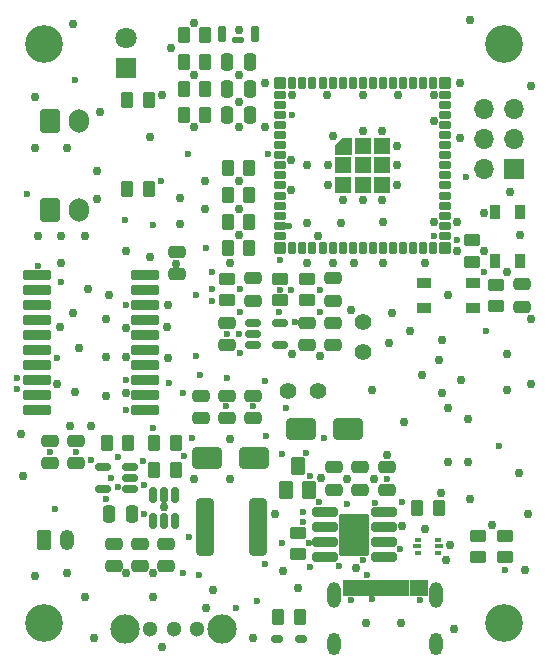
<source format=gbr>
%TF.GenerationSoftware,KiCad,Pcbnew,7.0.5*%
%TF.CreationDate,2024-05-30T23:49:04+02:00*%
%TF.ProjectId,Acoustifly,41636f75-7374-4696-966c-792e6b696361,rev?*%
%TF.SameCoordinates,Original*%
%TF.FileFunction,Soldermask,Top*%
%TF.FilePolarity,Negative*%
%FSLAX46Y46*%
G04 Gerber Fmt 4.6, Leading zero omitted, Abs format (unit mm)*
G04 Created by KiCad (PCBNEW 7.0.5) date 2024-05-30 23:49:04*
%MOMM*%
%LPD*%
G01*
G04 APERTURE LIST*
G04 Aperture macros list*
%AMRoundRect*
0 Rectangle with rounded corners*
0 $1 Rounding radius*
0 $2 $3 $4 $5 $6 $7 $8 $9 X,Y pos of 4 corners*
0 Add a 4 corners polygon primitive as box body*
4,1,4,$2,$3,$4,$5,$6,$7,$8,$9,$2,$3,0*
0 Add four circle primitives for the rounded corners*
1,1,$1+$1,$2,$3*
1,1,$1+$1,$4,$5*
1,1,$1+$1,$6,$7*
1,1,$1+$1,$8,$9*
0 Add four rect primitives between the rounded corners*
20,1,$1+$1,$2,$3,$4,$5,0*
20,1,$1+$1,$4,$5,$6,$7,0*
20,1,$1+$1,$6,$7,$8,$9,0*
20,1,$1+$1,$8,$9,$2,$3,0*%
G04 Aperture macros list end*
%ADD10C,0.010000*%
%ADD11RoundRect,0.250000X0.475000X-0.250000X0.475000X0.250000X-0.475000X0.250000X-0.475000X-0.250000X0*%
%ADD12RoundRect,0.250000X-0.262500X-0.450000X0.262500X-0.450000X0.262500X0.450000X-0.262500X0.450000X0*%
%ADD13C,1.400000*%
%ADD14C,3.200000*%
%ADD15RoundRect,0.250000X-0.450000X0.262500X-0.450000X-0.262500X0.450000X-0.262500X0.450000X0.262500X0*%
%ADD16RoundRect,0.250000X1.000000X0.650000X-1.000000X0.650000X-1.000000X-0.650000X1.000000X-0.650000X0*%
%ADD17RoundRect,0.150000X0.350000X0.150000X-0.350000X0.150000X-0.350000X-0.150000X0.350000X-0.150000X0*%
%ADD18RoundRect,0.150000X-0.150000X-0.555000X0.150000X-0.555000X0.150000X0.555000X-0.150000X0.555000X0*%
%ADD19RoundRect,0.107500X-0.432500X-0.107500X0.432500X-0.107500X0.432500X0.107500X-0.432500X0.107500X0*%
%ADD20RoundRect,0.250000X-0.475000X0.250000X-0.475000X-0.250000X0.475000X-0.250000X0.475000X0.250000X0*%
%ADD21RoundRect,0.101600X-0.500000X-0.635000X0.500000X-0.635000X0.500000X0.635000X-0.500000X0.635000X0*%
%ADD22RoundRect,0.250000X-0.250000X-0.475000X0.250000X-0.475000X0.250000X0.475000X-0.250000X0.475000X0*%
%ADD23RoundRect,0.250000X0.262500X0.450000X-0.262500X0.450000X-0.262500X-0.450000X0.262500X-0.450000X0*%
%ADD24RoundRect,0.250000X-0.600000X-0.750000X0.600000X-0.750000X0.600000X0.750000X-0.600000X0.750000X0*%
%ADD25O,1.700000X2.000000*%
%ADD26R,0.500000X0.375000*%
%ADD27R,0.650000X0.300000*%
%ADD28RoundRect,0.250000X-0.350000X-0.625000X0.350000X-0.625000X0.350000X0.625000X-0.350000X0.625000X0*%
%ADD29O,1.200000X1.750000*%
%ADD30RoundRect,0.250000X0.450000X-0.262500X0.450000X0.262500X-0.450000X0.262500X-0.450000X-0.262500X0*%
%ADD31RoundRect,0.144000X0.943000X0.258000X-0.943000X0.258000X-0.943000X-0.258000X0.943000X-0.258000X0*%
%ADD32RoundRect,0.102000X1.206500X1.651000X-1.206500X1.651000X-1.206500X-1.651000X1.206500X-1.651000X0*%
%ADD33R,1.700000X1.700000*%
%ADD34O,1.700000X1.700000*%
%ADD35RoundRect,0.150000X0.512500X0.150000X-0.512500X0.150000X-0.512500X-0.150000X0.512500X-0.150000X0*%
%ADD36C,0.600000*%
%ADD37O,1.104000X2.204000*%
%ADD38O,1.104000X1.904000*%
%ADD39RoundRect,0.150000X-0.150000X0.512500X-0.150000X-0.512500X0.150000X-0.512500X0.150000X0.512500X0*%
%ADD40RoundRect,0.387500X-0.387500X2.062500X-0.387500X-2.062500X0.387500X-2.062500X0.387500X2.062500X0*%
%ADD41RoundRect,0.102000X-0.400000X-0.200000X0.400000X-0.200000X0.400000X0.200000X-0.400000X0.200000X0*%
%ADD42RoundRect,0.102000X-0.200000X-0.400000X0.200000X-0.400000X0.200000X0.400000X-0.200000X0.400000X0*%
%ADD43RoundRect,0.102000X-0.600000X-0.600000X0.600000X-0.600000X0.600000X0.600000X-0.600000X0.600000X0*%
%ADD44RoundRect,0.102000X-0.400000X-0.400000X0.400000X-0.400000X0.400000X0.400000X-0.400000X0.400000X0*%
%ADD45RoundRect,0.150000X-0.512500X-0.150000X0.512500X-0.150000X0.512500X0.150000X-0.512500X0.150000X0*%
%ADD46RoundRect,0.102000X0.325000X-0.525000X0.325000X0.525000X-0.325000X0.525000X-0.325000X-0.525000X0*%
%ADD47RoundRect,0.102000X0.525000X0.325000X-0.525000X0.325000X-0.525000X-0.325000X0.525000X-0.325000X0*%
%ADD48C,1.300000*%
%ADD49C,2.483000*%
%ADD50RoundRect,0.101600X-1.100000X0.300000X-1.100000X-0.300000X1.100000X-0.300000X1.100000X0.300000X0*%
%ADD51R,1.800000X1.800000*%
%ADD52C,1.800000*%
%ADD53C,0.756400*%
G04 APERTURE END LIST*
%TO.C,J3*%
D10*
X29175000Y5480000D02*
X28475000Y5480000D01*
X28475000Y6720000D01*
X29175000Y6720000D01*
X29175000Y5480000D01*
G36*
X29175000Y5480000D02*
G01*
X28475000Y5480000D01*
X28475000Y6720000D01*
X29175000Y6720000D01*
X29175000Y5480000D01*
G37*
X29975000Y5480000D02*
X29275000Y5480000D01*
X29275000Y6720000D01*
X29975000Y6720000D01*
X29975000Y5480000D01*
G36*
X29975000Y5480000D02*
G01*
X29275000Y5480000D01*
X29275000Y6720000D01*
X29975000Y6720000D01*
X29975000Y5480000D01*
G37*
X30475000Y5480000D02*
X30075000Y5480000D01*
X30075000Y6720000D01*
X30475000Y6720000D01*
X30475000Y5480000D01*
G36*
X30475000Y5480000D02*
G01*
X30075000Y5480000D01*
X30075000Y6720000D01*
X30475000Y6720000D01*
X30475000Y5480000D01*
G37*
X30975000Y5480000D02*
X30575000Y5480000D01*
X30575000Y6720000D01*
X30975000Y6720000D01*
X30975000Y5480000D01*
G36*
X30975000Y5480000D02*
G01*
X30575000Y5480000D01*
X30575000Y6720000D01*
X30975000Y6720000D01*
X30975000Y5480000D01*
G37*
X31475000Y5480000D02*
X31075000Y5480000D01*
X31075000Y6720000D01*
X31475000Y6720000D01*
X31475000Y5480000D01*
G36*
X31475000Y5480000D02*
G01*
X31075000Y5480000D01*
X31075000Y6720000D01*
X31475000Y6720000D01*
X31475000Y5480000D01*
G37*
X31975000Y5480000D02*
X31575000Y5480000D01*
X31575000Y6720000D01*
X31975000Y6720000D01*
X31975000Y5480000D01*
G36*
X31975000Y5480000D02*
G01*
X31575000Y5480000D01*
X31575000Y6720000D01*
X31975000Y6720000D01*
X31975000Y5480000D01*
G37*
X32475000Y5480000D02*
X32075000Y5480000D01*
X32075000Y6720000D01*
X32475000Y6720000D01*
X32475000Y5480000D01*
G36*
X32475000Y5480000D02*
G01*
X32075000Y5480000D01*
X32075000Y6720000D01*
X32475000Y6720000D01*
X32475000Y5480000D01*
G37*
X32975000Y5480000D02*
X32575000Y5480000D01*
X32575000Y6720000D01*
X32975000Y6720000D01*
X32975000Y5480000D01*
G36*
X32975000Y5480000D02*
G01*
X32575000Y5480000D01*
X32575000Y6720000D01*
X32975000Y6720000D01*
X32975000Y5480000D01*
G37*
X33475000Y5480000D02*
X33075000Y5480000D01*
X33075000Y6720000D01*
X33475000Y6720000D01*
X33475000Y5480000D01*
G36*
X33475000Y5480000D02*
G01*
X33075000Y5480000D01*
X33075000Y6720000D01*
X33475000Y6720000D01*
X33475000Y5480000D01*
G37*
X33975000Y5480000D02*
X33575000Y5480000D01*
X33575000Y6720000D01*
X33975000Y6720000D01*
X33975000Y5480000D01*
G36*
X33975000Y5480000D02*
G01*
X33575000Y5480000D01*
X33575000Y6720000D01*
X33975000Y6720000D01*
X33975000Y5480000D01*
G37*
X34775000Y5480000D02*
X34075000Y5480000D01*
X34075000Y6720000D01*
X34775000Y6720000D01*
X34775000Y5480000D01*
G36*
X34775000Y5480000D02*
G01*
X34075000Y5480000D01*
X34075000Y6720000D01*
X34775000Y6720000D01*
X34775000Y5480000D01*
G37*
X35575000Y5480000D02*
X34875000Y5480000D01*
X34875000Y6720000D01*
X35575000Y6720000D01*
X35575000Y5480000D01*
G36*
X35575000Y5480000D02*
G01*
X34875000Y5480000D01*
X34875000Y6720000D01*
X35575000Y6720000D01*
X35575000Y5480000D01*
G37*
%TO.C,U3*%
X29150000Y42800000D02*
X27750000Y42800000D01*
X27750000Y43550000D01*
X28400000Y44200000D01*
X29150000Y44200000D01*
X29150000Y42800000D01*
G36*
X29150000Y42800000D02*
G01*
X27750000Y42800000D01*
X27750000Y43550000D01*
X28400000Y44200000D01*
X29150000Y44200000D01*
X29150000Y42800000D01*
G37*
%TD*%
D11*
%TO.C,C15*%
X14350000Y32650000D03*
X14350000Y34550000D03*
%TD*%
D12*
%TO.C,R15*%
X10187500Y47350000D03*
X12012500Y47350000D03*
%TD*%
D13*
%TO.C,TP1*%
X30100000Y26060000D03*
X30100000Y28600000D03*
%TD*%
D14*
%TO.C,H4*%
X42100000Y3100000D03*
%TD*%
D15*
%TO.C,R2*%
X24650000Y10762500D03*
X24650000Y8937500D03*
%TD*%
D16*
%TO.C,D4*%
X28850000Y19500000D03*
X24850000Y19500000D03*
%TD*%
D17*
%TO.C,D3*%
X24867500Y1732500D03*
X22867500Y1732500D03*
%TD*%
D11*
%TO.C,C22*%
X27600000Y26650000D03*
X27600000Y28550000D03*
%TD*%
%TO.C,C4*%
X20850000Y20450000D03*
X20850000Y22350000D03*
%TD*%
D18*
%TO.C,D5*%
X20950000Y52953483D03*
D19*
X19550000Y52453483D03*
D18*
X18150000Y52953483D03*
%TD*%
D16*
%TO.C,D2*%
X20900000Y17100000D03*
X16900000Y17100000D03*
%TD*%
D20*
%TO.C,C18*%
X29900000Y16300000D03*
X29900000Y14400000D03*
%TD*%
D21*
%TO.C,Q3*%
X23650000Y14400000D03*
X25550000Y14400000D03*
X24600000Y16400000D03*
%TD*%
D22*
%TO.C,C17*%
X18650000Y50600000D03*
X20550000Y50600000D03*
%TD*%
%TO.C,C20*%
X18650000Y46100000D03*
X20550000Y46100000D03*
%TD*%
D12*
%TO.C,R20*%
X14937500Y48350000D03*
X16762500Y48350000D03*
%TD*%
%TO.C,R1*%
X12437500Y18350000D03*
X14262500Y18350000D03*
%TD*%
%TO.C,R19*%
X14937500Y46100000D03*
X16762500Y46100000D03*
%TD*%
D20*
%TO.C,C11*%
X5850000Y18550000D03*
X5850000Y16650000D03*
%TD*%
D11*
%TO.C,C14*%
X25350000Y26650000D03*
X25350000Y28550000D03*
%TD*%
D23*
%TO.C,R18*%
X20512500Y34850000D03*
X18687500Y34850000D03*
%TD*%
D15*
%TO.C,R8*%
X42150000Y10512500D03*
X42150000Y8687500D03*
%TD*%
D20*
%TO.C,C1*%
X27650000Y16300000D03*
X27650000Y14400000D03*
%TD*%
D13*
%TO.C,TP2*%
X26300000Y22750000D03*
X23760000Y22750000D03*
%TD*%
D24*
%TO.C,X2*%
X3600000Y45600000D03*
D25*
X6100000Y45600000D03*
%TD*%
D20*
%TO.C,C21*%
X27600000Y32300000D03*
X27600000Y30400000D03*
%TD*%
D23*
%TO.C,RSHUNT1*%
X10262500Y18350000D03*
X8437500Y18350000D03*
%TD*%
D26*
%TO.C,U1*%
X36500000Y9062500D03*
D27*
X36575000Y9600000D03*
D26*
X36500000Y10137500D03*
X34800000Y10137500D03*
D27*
X34725000Y9600000D03*
D26*
X34800000Y9062500D03*
%TD*%
D28*
%TO.C,X1*%
X3100000Y10150000D03*
D29*
X5100000Y10150000D03*
%TD*%
D14*
%TO.C,H3*%
X3100000Y3100000D03*
%TD*%
D20*
%TO.C,C13*%
X18600000Y28550000D03*
X18600000Y26650000D03*
%TD*%
D30*
%TO.C,R14*%
X23100000Y30437500D03*
X23100000Y32262500D03*
%TD*%
D15*
%TO.C,R13*%
X25350000Y32262500D03*
X25350000Y30437500D03*
%TD*%
D31*
%TO.C,IC2*%
X31875000Y8695000D03*
X31875000Y9965000D03*
X31875000Y11235000D03*
X31875000Y12505000D03*
X26925000Y12505000D03*
X26925000Y11235000D03*
X26925000Y9965000D03*
X26925000Y8695000D03*
D32*
X29400000Y10600000D03*
%TD*%
D23*
%TO.C,R21*%
X16762500Y52850000D03*
X14937500Y52850000D03*
%TD*%
D33*
%TO.C,J2*%
X42875000Y41575000D03*
D34*
X40335000Y41575000D03*
X42875000Y44115000D03*
X40335000Y44115000D03*
X42875000Y46655000D03*
X40335000Y46655000D03*
%TD*%
D12*
%TO.C,R16*%
X10187500Y39850000D03*
X12012500Y39850000D03*
%TD*%
D20*
%TO.C,C10*%
X3600000Y18550000D03*
X3600000Y16650000D03*
%TD*%
D23*
%TO.C,R6*%
X24762500Y3600000D03*
X22937500Y3600000D03*
%TD*%
D14*
%TO.C,H2*%
X3100000Y52100000D03*
%TD*%
D23*
%TO.C,R22*%
X20512500Y39350000D03*
X18687500Y39350000D03*
%TD*%
D35*
%TO.C,U4*%
X10375000Y14450000D03*
X10375000Y15400000D03*
X10375000Y16350000D03*
X8100000Y16350000D03*
X8100000Y14450000D03*
%TD*%
D12*
%TO.C,R23*%
X14937500Y50600000D03*
X16762500Y50600000D03*
%TD*%
D23*
%TO.C,R12*%
X20512500Y41600000D03*
X18687500Y41600000D03*
%TD*%
D11*
%TO.C,C5*%
X18600000Y20450000D03*
X18600000Y22350000D03*
%TD*%
D20*
%TO.C,C6*%
X9050000Y9800000D03*
X9050000Y7900000D03*
%TD*%
D11*
%TO.C,C7*%
X16385000Y20450000D03*
X16385000Y22350000D03*
%TD*%
D36*
%TO.C,J3*%
X29135000Y5030000D03*
X34915000Y5030000D03*
D37*
X27700000Y5520000D03*
X36350000Y5520000D03*
D38*
X27700000Y1350000D03*
X36350000Y1350000D03*
%TD*%
D39*
%TO.C,U6*%
X14250000Y13987500D03*
X13300000Y13987500D03*
X12350000Y13987500D03*
X12350000Y11712500D03*
X13300000Y11712500D03*
X14250000Y11712500D03*
%TD*%
D24*
%TO.C,X4*%
X3600000Y38100000D03*
D25*
X6100000Y38100000D03*
%TD*%
D30*
%TO.C,R7*%
X18600000Y30437500D03*
X18600000Y32262500D03*
%TD*%
D20*
%TO.C,C3*%
X13461250Y9800000D03*
X13461250Y7900000D03*
%TD*%
D40*
%TO.C,L1*%
X16775000Y11210000D03*
X21225000Y11210000D03*
%TD*%
D22*
%TO.C,C19*%
X18650000Y48350000D03*
X20550000Y48350000D03*
%TD*%
D30*
%TO.C,R17*%
X39350000Y33687500D03*
X39350000Y35512500D03*
%TD*%
D41*
%TO.C,U3*%
X23100000Y47800000D03*
X23100000Y46950000D03*
X23100000Y46100000D03*
X23100000Y45250000D03*
X23100000Y44400000D03*
X23100000Y43550000D03*
X23100000Y42700000D03*
X23100000Y41850000D03*
X23100000Y41000000D03*
X23100000Y40150000D03*
X23100000Y39300000D03*
X23100000Y38450000D03*
X23100000Y37600000D03*
X23100000Y36750000D03*
X23100000Y35900000D03*
D42*
X24150000Y34850000D03*
X25000000Y34850000D03*
X25850000Y34850000D03*
X26700000Y34850000D03*
X27550000Y34850000D03*
X28400000Y34850000D03*
X29250000Y34850000D03*
X30100000Y34850000D03*
X30950000Y34850000D03*
X31800000Y34850000D03*
X32650000Y34850000D03*
X33500000Y34850000D03*
X34350000Y34850000D03*
X35200000Y34850000D03*
X36050000Y34850000D03*
D41*
X37100000Y35900000D03*
X37100000Y36750000D03*
X37100000Y37600000D03*
X37100000Y38450000D03*
X37100000Y39300000D03*
X37100000Y40150000D03*
X37100000Y41000000D03*
X37100000Y41850000D03*
X37100000Y42700000D03*
X37100000Y43550000D03*
X37100000Y44400000D03*
X37100000Y45250000D03*
X37100000Y46100000D03*
X37100000Y46950000D03*
X37100000Y47800000D03*
D42*
X36050000Y48850000D03*
X35200000Y48850000D03*
X34350000Y48850000D03*
X33500000Y48850000D03*
X32650000Y48850000D03*
X31800000Y48850000D03*
X30950000Y48850000D03*
X30100000Y48850000D03*
X29250000Y48850000D03*
X28400000Y48850000D03*
X27550000Y48850000D03*
X26700000Y48850000D03*
X25850000Y48850000D03*
X25000000Y48850000D03*
X24150000Y48850000D03*
D43*
X30100000Y41850000D03*
X30100000Y43500000D03*
X31750000Y43500000D03*
X31750000Y41850000D03*
X31750000Y40200000D03*
X30100000Y40200000D03*
X28450000Y40200000D03*
X28450000Y41850000D03*
D44*
X23100000Y48850000D03*
X23100000Y34850000D03*
X37100000Y34850000D03*
X37100000Y48850000D03*
%TD*%
D45*
%TO.C,U2*%
X20825000Y28550000D03*
X20825000Y27600000D03*
X20825000Y26650000D03*
X23100000Y26650000D03*
X23100000Y28550000D03*
%TD*%
D46*
%TO.C,BOOT_SWITCH1*%
X41275000Y33775000D03*
X41275000Y37925000D03*
X43425000Y33775000D03*
X43425000Y37925000D03*
%TD*%
D47*
%TO.C,RESET_SWITCH1*%
X39425000Y29775000D03*
X35275000Y29775000D03*
X39425000Y31925000D03*
X35275000Y31925000D03*
%TD*%
D11*
%TO.C,C8*%
X20850000Y30400000D03*
X20850000Y32300000D03*
%TD*%
D12*
%TO.C,R4*%
X34737500Y12850000D03*
X36562500Y12850000D03*
%TD*%
D30*
%TO.C,R5*%
X39900000Y8687500D03*
X39900000Y10512500D03*
%TD*%
D20*
%TO.C,C2*%
X11238750Y9800000D03*
X11238750Y7900000D03*
%TD*%
D48*
%TO.C,S1*%
X12100000Y2600000D03*
X14100000Y2600000D03*
X16100000Y2600000D03*
D49*
X10000000Y2600000D03*
X18200000Y2600000D03*
%TD*%
D23*
%TO.C,R11*%
X20512500Y37100000D03*
X18687500Y37100000D03*
%TD*%
D50*
%TO.C,IC3*%
X2500000Y32565000D03*
X2500000Y31295000D03*
X2500000Y30025000D03*
X2500000Y28755000D03*
X2500000Y27485000D03*
X2500000Y26215000D03*
X2500000Y24945000D03*
X2500000Y23675000D03*
X2500000Y22405000D03*
X2500000Y21135000D03*
X11700000Y21135000D03*
X11700000Y22405000D03*
X11700000Y23675000D03*
X11700000Y24945000D03*
X11700000Y26215000D03*
X11700000Y27485000D03*
X11700000Y28755000D03*
X11700000Y30025000D03*
X11700000Y31295000D03*
X11700000Y32565000D03*
%TD*%
D20*
%TO.C,C16*%
X43600000Y31800000D03*
X43600000Y29900000D03*
%TD*%
D51*
%TO.C,D1*%
X10100000Y50075000D03*
D52*
X10100000Y52615000D03*
%TD*%
D11*
%TO.C,C12*%
X32150000Y14400000D03*
X32150000Y16300000D03*
%TD*%
D22*
%TO.C,C9*%
X8650000Y12350000D03*
X10550000Y12350000D03*
%TD*%
D15*
%TO.C,R9*%
X41350000Y31762500D03*
X41350000Y29937500D03*
%TD*%
D23*
%TO.C,R3*%
X14262500Y16100000D03*
X12437500Y16100000D03*
%TD*%
D14*
%TO.C,H1*%
X42100000Y52100000D03*
%TD*%
D36*
X18600032Y27550000D03*
D53*
X14300000Y33519900D03*
X25357600Y33600000D03*
X18900000Y15300000D03*
X37456848Y9693100D03*
X27100000Y47850000D03*
X31850000Y37100000D03*
D36*
X23050000Y29450000D03*
X23250000Y9850000D03*
D53*
X10100000Y7350000D03*
X39200000Y13600000D03*
D36*
X21151521Y5012655D03*
D53*
X30100000Y47850000D03*
D36*
X15350000Y42850000D03*
D53*
X34100000Y27850000D03*
X25400000Y37000000D03*
X43850000Y7600000D03*
X8350000Y25600000D03*
D36*
X4600000Y31950000D03*
D53*
X8350000Y28850000D03*
X13300000Y12950000D03*
D36*
X30500000Y7170600D03*
D53*
X18850000Y33600000D03*
D36*
X7100000Y16900000D03*
D53*
X15850000Y15300000D03*
X12350000Y5350000D03*
X5350000Y19800000D03*
D36*
X41600000Y18100000D03*
D53*
X35100000Y24100000D03*
X39050000Y20350000D03*
X38100000Y37100000D03*
X28450000Y38950000D03*
X28800000Y15300000D03*
X33350000Y3100000D03*
X24000000Y42300000D03*
X39150000Y54150000D03*
X30350000Y3100000D03*
D36*
X4050000Y12750000D03*
X11600000Y14750000D03*
D53*
X12350000Y7350000D03*
X36750000Y14150000D03*
X31750000Y44750000D03*
D36*
X26850000Y18800000D03*
D53*
X25400000Y41850000D03*
X38350000Y44200000D03*
X13650000Y30050000D03*
X27200000Y40200000D03*
X7850000Y46350000D03*
D36*
X14850000Y7350000D03*
D53*
X8350000Y22350000D03*
D36*
X12350000Y19600000D03*
D53*
X43350000Y15850000D03*
X23368794Y7538806D03*
X37150000Y8400000D03*
X14600000Y39100000D03*
X6850000Y31350000D03*
X37300000Y21350000D03*
X26600000Y15400000D03*
D36*
X9350000Y17200000D03*
D53*
X36100000Y45600002D03*
D36*
X21900000Y18950000D03*
D53*
X24100000Y47850000D03*
X15850000Y53900000D03*
X36850000Y22600000D03*
D36*
X13700000Y23450000D03*
D53*
X19600000Y47225000D03*
X10050000Y28100000D03*
D36*
X19750000Y25950000D03*
X12350000Y36800000D03*
D53*
X10050000Y22600000D03*
X37350000Y30850000D03*
D36*
X31150000Y13300000D03*
D53*
X16750000Y40500000D03*
X32350000Y26850000D03*
X19600000Y45100000D03*
X6600000Y5350000D03*
D36*
X23600000Y21350000D03*
D53*
X6100000Y26350000D03*
X6600000Y35850000D03*
X14600000Y36850000D03*
D36*
X1700000Y39400000D03*
D53*
X5100000Y43350000D03*
X24600000Y6100000D03*
X38350000Y48850000D03*
X32600000Y29350000D03*
X27600000Y33600000D03*
D36*
X17350000Y31350000D03*
X19750000Y31350000D03*
X18600000Y23850000D03*
X11500000Y16800000D03*
X16200000Y7200000D03*
D53*
X43450000Y35950000D03*
X12100000Y34100000D03*
D36*
X24050000Y31300000D03*
D53*
X39050000Y16750000D03*
X4600000Y33600000D03*
D36*
X19600000Y27600000D03*
X38850000Y40850000D03*
D53*
X1200000Y19100000D03*
X40350000Y34600000D03*
D36*
X22050000Y42850000D03*
D53*
X32150000Y17350000D03*
D36*
X9950000Y37250000D03*
X16350000Y24100000D03*
D53*
X31750000Y38900000D03*
D36*
X26400000Y13350000D03*
D53*
X4181752Y23338260D03*
D36*
X26450000Y29400000D03*
X14850000Y22600000D03*
D53*
X7600000Y41350000D03*
D36*
X15950000Y30850000D03*
X23248600Y17406708D03*
D53*
X2350000Y43350000D03*
X33000000Y40200000D03*
D36*
X5850000Y17550000D03*
D53*
X15850000Y45100000D03*
D36*
X21850000Y8100000D03*
D53*
X27600000Y44350000D03*
X16850000Y4350000D03*
X31050000Y15300000D03*
D36*
X28100000Y7950000D03*
D53*
X33000000Y43500000D03*
X21800000Y48850000D03*
X22650000Y12350000D03*
D36*
X15950000Y25700000D03*
D53*
X29350000Y33600000D03*
D36*
X11600000Y12350000D03*
D53*
X13600000Y25550000D03*
X1300000Y15550000D03*
X19600000Y49500000D03*
X35400000Y11100000D03*
X19600000Y38200000D03*
D36*
X13050000Y40500000D03*
D53*
X8600000Y30850000D03*
X5550000Y53800000D03*
D36*
X30100000Y8400000D03*
X3600000Y17550000D03*
D53*
X26350000Y35850000D03*
X21800000Y45100000D03*
X12100000Y44250000D03*
X13100000Y1100000D03*
X13500000Y28150000D03*
X24000000Y39750000D03*
X37300000Y16750000D03*
X38100000Y34600000D03*
X2350000Y7100000D03*
D36*
X16850000Y34850000D03*
X4200000Y25550000D03*
D53*
X30100000Y38950000D03*
X28250000Y37000000D03*
D36*
X33250000Y9350000D03*
D53*
X16750000Y38150000D03*
X44350000Y28850000D03*
D36*
X28750000Y13200000D03*
D53*
X2600000Y35850000D03*
D36*
X15400000Y10400000D03*
D53*
X33000000Y41850000D03*
X42350000Y32850000D03*
X2350000Y47650000D03*
X18900000Y18650000D03*
D36*
X25300000Y17500000D03*
X18550000Y21450000D03*
D53*
X36600000Y25350000D03*
D36*
X20842500Y21450000D03*
D53*
X10100000Y34600000D03*
X20850000Y1850000D03*
X42350000Y25850000D03*
D36*
X21850000Y23600000D03*
D53*
X13900000Y51750000D03*
X31850000Y33600000D03*
X4600000Y35850000D03*
X36100000Y37100000D03*
X38400000Y23650000D03*
X35350000Y33600000D03*
X7600000Y39000000D03*
X42350000Y22850000D03*
X5750000Y22650000D03*
X19600000Y35950000D03*
X4450000Y28150000D03*
X29100000Y29600000D03*
X36850000Y27100000D03*
X19600000Y53350000D03*
X42600000Y39600000D03*
D36*
X26450000Y31300000D03*
X17350000Y32850000D03*
D53*
X13100000Y47850000D03*
X26500000Y25750000D03*
X36100000Y47850000D03*
X40350000Y37850000D03*
X17400000Y5900000D03*
X27200000Y41850000D03*
X37850000Y2600000D03*
X19600000Y40500000D03*
D36*
X15000000Y17250000D03*
D53*
X33100000Y47850000D03*
X33400000Y11350000D03*
D36*
X33450000Y13350000D03*
D53*
X15850000Y49500000D03*
X24100000Y25850000D03*
X44350000Y48600000D03*
X44350000Y23350000D03*
X44100000Y12350000D03*
D36*
X5750000Y49100000D03*
D53*
X30850000Y22850000D03*
X5600000Y29350000D03*
D36*
X23100000Y33850000D03*
D53*
X41050000Y11400000D03*
D36*
X15650000Y18750000D03*
X8750000Y15350000D03*
D53*
X10050000Y25600000D03*
X33600000Y20100000D03*
X5100000Y7350000D03*
X7350000Y1850000D03*
D36*
X25050000Y11700000D03*
X19350000Y4350000D03*
X800000Y22950000D03*
X40500000Y27850000D03*
D53*
X7100000Y19750000D03*
D36*
X19750000Y29400000D03*
D53*
X30100000Y44750000D03*
X29550000Y7750000D03*
D36*
X32150000Y15300000D03*
X25020600Y12521563D03*
X25649949Y7849999D03*
X25584778Y9865288D03*
X10100000Y30025000D03*
X10100000Y23675000D03*
X850000Y23850000D03*
X36100000Y35850000D03*
X38050000Y35550000D03*
X8349971Y13600029D03*
X40350000Y32849988D03*
X24100000Y46100000D03*
X24350006Y28600000D03*
X25650000Y15550000D03*
X23900000Y36749994D03*
X23100000Y31298100D03*
X42149970Y7600000D03*
X30884762Y5134762D03*
X2600000Y33350000D03*
X10100000Y21100000D03*
X17350000Y30350000D03*
X9350000Y14600000D03*
M02*

</source>
